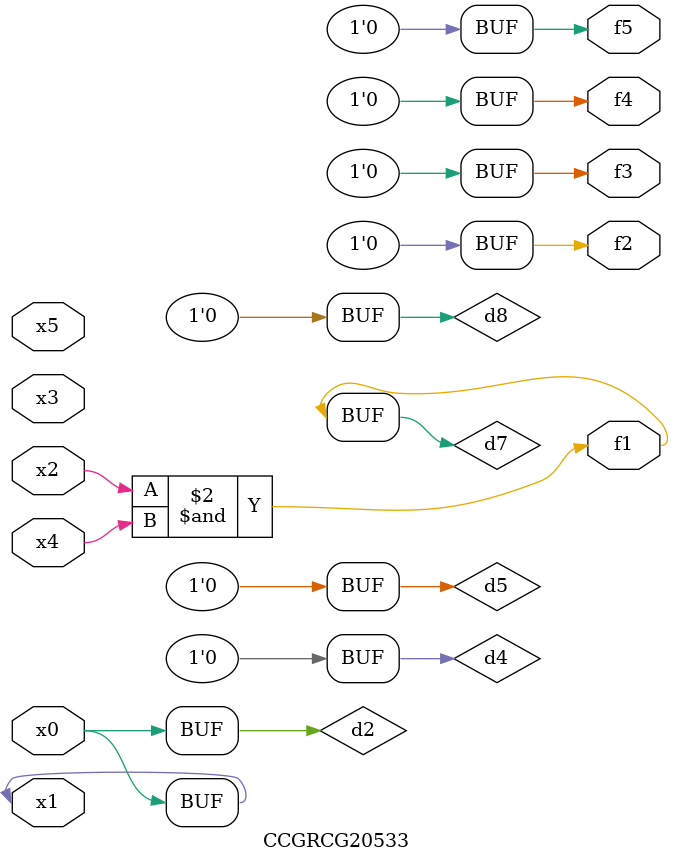
<source format=v>
module CCGRCG20533(
	input x0, x1, x2, x3, x4, x5,
	output f1, f2, f3, f4, f5
);

	wire d1, d2, d3, d4, d5, d6, d7, d8, d9;

	nand (d1, x1);
	buf (d2, x0, x1);
	nand (d3, x2, x4);
	and (d4, d1, d2);
	and (d5, d1, d2);
	nand (d6, d1, d3);
	not (d7, d3);
	xor (d8, d5);
	nor (d9, d5, d6);
	assign f1 = d7;
	assign f2 = d8;
	assign f3 = d8;
	assign f4 = d8;
	assign f5 = d8;
endmodule

</source>
